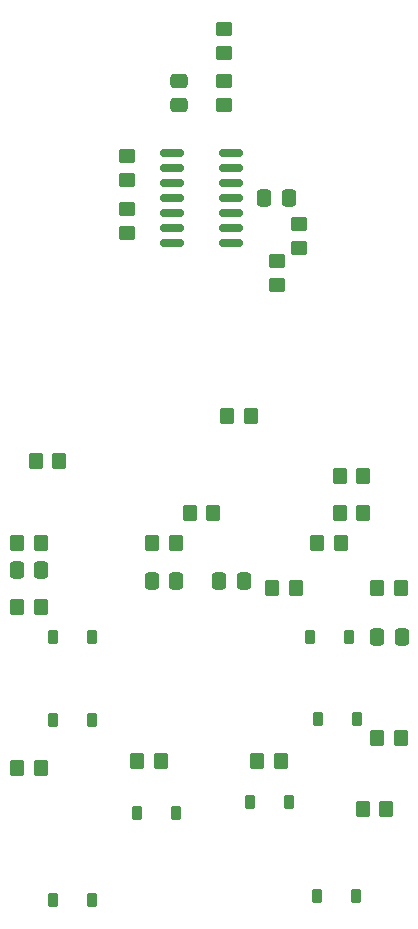
<source format=gtp>
G04 #@! TF.GenerationSoftware,KiCad,Pcbnew,7.0.5-0*
G04 #@! TF.CreationDate,2024-02-27T22:34:33-05:00*
G04 #@! TF.ProjectId,Grand_central_pcb_simple,4772616e-645f-4636-956e-7472616c5f70,rev?*
G04 #@! TF.SameCoordinates,Original*
G04 #@! TF.FileFunction,Paste,Top*
G04 #@! TF.FilePolarity,Positive*
%FSLAX46Y46*%
G04 Gerber Fmt 4.6, Leading zero omitted, Abs format (unit mm)*
G04 Created by KiCad (PCBNEW 7.0.5-0) date 2024-02-27 22:34:33*
%MOMM*%
%LPD*%
G01*
G04 APERTURE LIST*
G04 Aperture macros list*
%AMRoundRect*
0 Rectangle with rounded corners*
0 $1 Rounding radius*
0 $2 $3 $4 $5 $6 $7 $8 $9 X,Y pos of 4 corners*
0 Add a 4 corners polygon primitive as box body*
4,1,4,$2,$3,$4,$5,$6,$7,$8,$9,$2,$3,0*
0 Add four circle primitives for the rounded corners*
1,1,$1+$1,$2,$3*
1,1,$1+$1,$4,$5*
1,1,$1+$1,$6,$7*
1,1,$1+$1,$8,$9*
0 Add four rect primitives between the rounded corners*
20,1,$1+$1,$2,$3,$4,$5,0*
20,1,$1+$1,$4,$5,$6,$7,0*
20,1,$1+$1,$6,$7,$8,$9,0*
20,1,$1+$1,$8,$9,$2,$3,0*%
G04 Aperture macros list end*
%ADD10RoundRect,0.225000X-0.225000X-0.375000X0.225000X-0.375000X0.225000X0.375000X-0.225000X0.375000X0*%
%ADD11RoundRect,0.150000X0.825000X0.150000X-0.825000X0.150000X-0.825000X-0.150000X0.825000X-0.150000X0*%
%ADD12RoundRect,0.250000X-0.337500X-0.475000X0.337500X-0.475000X0.337500X0.475000X-0.337500X0.475000X0*%
%ADD13RoundRect,0.250000X-0.350000X-0.450000X0.350000X-0.450000X0.350000X0.450000X-0.350000X0.450000X0*%
%ADD14RoundRect,0.250000X0.337500X0.475000X-0.337500X0.475000X-0.337500X-0.475000X0.337500X-0.475000X0*%
%ADD15RoundRect,0.250000X-0.450000X0.350000X-0.450000X-0.350000X0.450000X-0.350000X0.450000X0.350000X0*%
%ADD16RoundRect,0.225000X0.225000X0.375000X-0.225000X0.375000X-0.225000X-0.375000X0.225000X-0.375000X0*%
%ADD17RoundRect,0.250000X0.350000X0.450000X-0.350000X0.450000X-0.350000X-0.450000X0.350000X-0.450000X0*%
%ADD18RoundRect,0.250000X0.450000X-0.350000X0.450000X0.350000X-0.450000X0.350000X-0.450000X-0.350000X0*%
%ADD19RoundRect,0.250000X-0.475000X0.337500X-0.475000X-0.337500X0.475000X-0.337500X0.475000X0.337500X0*%
G04 APERTURE END LIST*
D10*
X250600000Y-91726570D03*
X247300000Y-91726570D03*
D11*
X239965000Y-51435000D03*
X239965000Y-50165000D03*
X239965000Y-48895000D03*
X239965000Y-47625000D03*
X239965000Y-46355000D03*
X239965000Y-45085000D03*
X239965000Y-43815000D03*
X235015000Y-43815000D03*
X235015000Y-45085000D03*
X235015000Y-46355000D03*
X235015000Y-47625000D03*
X235015000Y-48895000D03*
X235015000Y-50165000D03*
X235015000Y-51435000D03*
D12*
X242802500Y-47625000D03*
X244877500Y-47625000D03*
D13*
X242205000Y-95250000D03*
X244205000Y-95250000D03*
X221885000Y-95885000D03*
X223885000Y-95885000D03*
X221885000Y-76835000D03*
X223885000Y-76835000D03*
X243475000Y-80645000D03*
X245475000Y-80645000D03*
X249190000Y-74295000D03*
X251190000Y-74295000D03*
D14*
X252357500Y-84741570D03*
X254432500Y-84741570D03*
D13*
X247285000Y-76835000D03*
X249285000Y-76835000D03*
D15*
X239395000Y-33290000D03*
X239395000Y-35290000D03*
D16*
X246665000Y-84741570D03*
X249965000Y-84741570D03*
D17*
X232045000Y-95250000D03*
X234045000Y-95250000D03*
D10*
X235330000Y-99695000D03*
X232030000Y-99695000D03*
D14*
X223922500Y-79076250D03*
X221847500Y-79076250D03*
D12*
X233277500Y-80010000D03*
X235352500Y-80010000D03*
D14*
X238992500Y-80010000D03*
X241067500Y-80010000D03*
D13*
X223425000Y-69850000D03*
X225425000Y-69850000D03*
D18*
X245745000Y-51800000D03*
X245745000Y-49800000D03*
D17*
X223885000Y-82251250D03*
X221885000Y-82251250D03*
X251190000Y-71120000D03*
X249190000Y-71120000D03*
D15*
X231140000Y-48530000D03*
X231140000Y-50530000D03*
D16*
X224894861Y-84800616D03*
X228194861Y-84800616D03*
D10*
X244885000Y-98711570D03*
X241585000Y-98711570D03*
D15*
X239395000Y-37735000D03*
X239395000Y-39735000D03*
D18*
X231140000Y-46085000D03*
X231140000Y-44085000D03*
D10*
X224894861Y-91785616D03*
X228194861Y-91785616D03*
D13*
X239665000Y-66040000D03*
X241665000Y-66040000D03*
X252365000Y-80645000D03*
X254365000Y-80645000D03*
D17*
X252365000Y-93345000D03*
X254365000Y-93345000D03*
D19*
X235585000Y-37697500D03*
X235585000Y-39772500D03*
D13*
X253125000Y-99346570D03*
X251125000Y-99346570D03*
D15*
X243840000Y-52975000D03*
X243840000Y-54975000D03*
D16*
X224894861Y-107025616D03*
X228194861Y-107025616D03*
D13*
X236490000Y-74295000D03*
X238490000Y-74295000D03*
X233315000Y-76835000D03*
X235315000Y-76835000D03*
D16*
X247270000Y-106680000D03*
X250570000Y-106680000D03*
M02*

</source>
